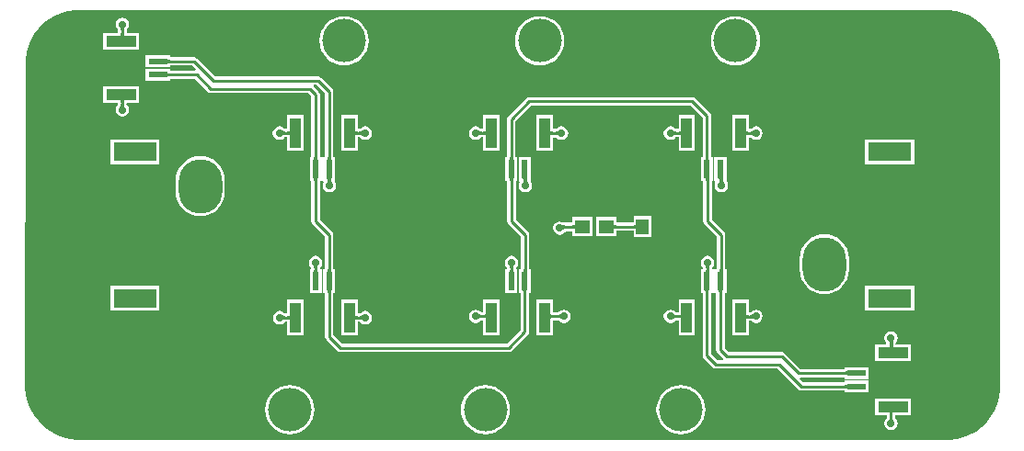
<source format=gtl>
G04*
G04 #@! TF.GenerationSoftware,Altium Limited,Altium Designer,20.0.2 (26)*
G04*
G04 Layer_Physical_Order=1*
G04 Layer_Color=255*
%FSLAX25Y25*%
%MOIN*%
G70*
G01*
G75*
%ADD12C,0.01000*%
%ADD14R,0.05512X0.05000*%
%ADD15R,0.04567X0.05787*%
%ADD16R,0.11024X0.03937*%
%ADD17R,0.06693X0.02362*%
%ADD18R,0.03937X0.11024*%
%ADD19R,0.02362X0.06693*%
%ADD30O,0.15748X0.19685*%
%ADD31R,0.15748X0.06890*%
%ADD32C,0.15748*%
%ADD33C,0.02800*%
G36*
X573910Y294158D02*
X576443Y293479D01*
X578865Y292476D01*
X581135Y291165D01*
X583215Y289569D01*
X585069Y287715D01*
X586665Y285635D01*
X587976Y283365D01*
X588979Y280943D01*
X589658Y278410D01*
X590000Y275811D01*
X590000Y274500D01*
X590000D01*
X590000Y274500D01*
X590000Y158000D01*
X590000Y156722D01*
X589666Y154188D01*
X589005Y151718D01*
X588027Y149357D01*
X586749Y147143D01*
X585192Y145115D01*
X583385Y143307D01*
X581357Y141751D01*
X579143Y140473D01*
X576782Y139495D01*
X574312Y138834D01*
X571778Y138500D01*
X570500Y138500D01*
X257000D01*
X255657Y138500D01*
X252994Y138851D01*
X250399Y139546D01*
X247917Y140574D01*
X245591Y141917D01*
X243460Y143552D01*
X241560Y145451D01*
X239925Y147583D01*
X238582Y149909D01*
X237554Y152391D01*
X236859Y154985D01*
X236508Y157649D01*
X236508Y158992D01*
X236992Y275492D01*
Y276738D01*
X237317Y279208D01*
X237962Y281615D01*
X238915Y283917D01*
X240161Y286075D01*
X241678Y288052D01*
X243440Y289813D01*
X245417Y291330D01*
X247575Y292576D01*
X249877Y293530D01*
X252284Y294175D01*
X254754Y294500D01*
X256000Y294500D01*
X256000Y294500D01*
X570000Y294500D01*
X571311Y294500D01*
X573910Y294158D01*
D02*
G37*
%LPC*%
G36*
X272000Y291876D02*
X271064Y291690D01*
X270270Y291159D01*
X269739Y290366D01*
X269553Y289429D01*
X269739Y288493D01*
X270270Y287699D01*
X270364Y287636D01*
X270376Y287621D01*
X270402Y287584D01*
X270422Y287549D01*
X270439Y287513D01*
X270452Y287476D01*
X270463Y287437D01*
X270471Y287398D01*
Y286335D01*
X265142D01*
Y280398D01*
X278165D01*
Y286335D01*
X273529D01*
Y287398D01*
X273537Y287437D01*
X273548Y287476D01*
X273562Y287513D01*
X273578Y287549D01*
X273598Y287584D01*
X273624Y287621D01*
X273636Y287636D01*
X273730Y287699D01*
X274261Y288493D01*
X274447Y289429D01*
X274261Y290366D01*
X273730Y291159D01*
X272936Y291690D01*
X272000Y291876D01*
D02*
G37*
G36*
X423228Y292417D02*
X421489Y292246D01*
X419816Y291738D01*
X418274Y290914D01*
X416923Y289805D01*
X415814Y288454D01*
X414990Y286912D01*
X414483Y285240D01*
X414311Y283500D01*
X414483Y281760D01*
X414990Y280088D01*
X415814Y278546D01*
X416923Y277195D01*
X418274Y276086D01*
X419816Y275262D01*
X421489Y274754D01*
X423228Y274583D01*
X424968Y274754D01*
X426641Y275262D01*
X428182Y276086D01*
X429534Y277195D01*
X430643Y278546D01*
X431466Y280088D01*
X431974Y281760D01*
X432145Y283500D01*
X431974Y285240D01*
X431466Y286912D01*
X430643Y288454D01*
X429534Y289805D01*
X428182Y290914D01*
X426641Y291738D01*
X424968Y292246D01*
X423228Y292417D01*
D02*
G37*
G36*
X494095Y292382D02*
X492355Y292210D01*
X490682Y291703D01*
X489141Y290879D01*
X487789Y289770D01*
X486680Y288419D01*
X485856Y286877D01*
X485349Y285204D01*
X485178Y283465D01*
X485349Y281725D01*
X485856Y280052D01*
X486680Y278511D01*
X487789Y277159D01*
X489141Y276050D01*
X490682Y275226D01*
X492355Y274719D01*
X494095Y274548D01*
X495834Y274719D01*
X497507Y275226D01*
X499049Y276050D01*
X500400Y277159D01*
X501509Y278511D01*
X502333Y280052D01*
X502840Y281725D01*
X503011Y283465D01*
X502840Y285204D01*
X502333Y286877D01*
X501509Y288419D01*
X500400Y289770D01*
X499049Y290879D01*
X497507Y291703D01*
X495834Y292210D01*
X494095Y292382D01*
D02*
G37*
G36*
X352362D02*
X350623Y292210D01*
X348950Y291703D01*
X347408Y290879D01*
X346057Y289770D01*
X344948Y288419D01*
X344124Y286877D01*
X343617Y285204D01*
X343445Y283465D01*
X343617Y281725D01*
X344124Y280052D01*
X344948Y278511D01*
X346057Y277159D01*
X347408Y276050D01*
X348950Y275226D01*
X350623Y274719D01*
X352362Y274548D01*
X354102Y274719D01*
X355775Y275226D01*
X357316Y276050D01*
X358667Y277159D01*
X359776Y278511D01*
X360600Y280052D01*
X361108Y281725D01*
X361279Y283465D01*
X361108Y285204D01*
X360600Y286877D01*
X359776Y288419D01*
X358667Y289770D01*
X357316Y290879D01*
X355775Y291703D01*
X354102Y292210D01*
X352362Y292382D01*
D02*
G37*
G36*
X289189Y278264D02*
X280496D01*
Y273902D01*
X289189D01*
Y274471D01*
X297366D01*
X298646Y273191D01*
X298439Y272691D01*
X289189D01*
Y273342D01*
X280496D01*
Y268980D01*
X289189D01*
Y269632D01*
X298205D01*
X302919Y264919D01*
X303415Y264587D01*
X304000Y264471D01*
X339367D01*
X340471Y263367D01*
Y241158D01*
X339846D01*
Y232465D01*
X340471D01*
Y218000D01*
X340587Y217415D01*
X340919Y216919D01*
X345419Y212418D01*
Y200606D01*
X344768D01*
Y191913D01*
X345419D01*
Y176051D01*
X345536Y175466D01*
X345867Y174970D01*
X349919Y170919D01*
X350415Y170587D01*
X351000Y170471D01*
X412000D01*
X412585Y170587D01*
X413081Y170919D01*
X418896Y176734D01*
X419228Y177230D01*
X419344Y177815D01*
Y191913D01*
X419996D01*
Y200606D01*
X419478D01*
Y213051D01*
X419362Y213636D01*
X419030Y214133D01*
X414529Y218634D01*
Y232465D01*
X415075D01*
Y241158D01*
X414423D01*
Y254260D01*
X420133Y259971D01*
X477867D01*
X482231Y255607D01*
Y241158D01*
X481579D01*
Y232465D01*
X482471D01*
Y218000D01*
X482587Y217415D01*
X482919Y216919D01*
X487419Y212418D01*
Y200606D01*
X486500D01*
Y191913D01*
X487152D01*
Y171319D01*
X487268Y170734D01*
X487600Y170238D01*
X489808Y168029D01*
X489671Y167592D01*
X489623Y167529D01*
X487634D01*
X485289Y169874D01*
Y191913D01*
X485941D01*
Y199556D01*
X485949Y199594D01*
X485941Y199633D01*
Y200606D01*
X485853D01*
X485739Y200761D01*
X485730Y201270D01*
X486261Y202064D01*
X486447Y203000D01*
X486261Y203936D01*
X485730Y204730D01*
X484936Y205261D01*
X484000Y205447D01*
X483064Y205261D01*
X482270Y204730D01*
X481739Y203936D01*
X481553Y203000D01*
X481739Y202064D01*
X482270Y201270D01*
X482273Y201062D01*
X481836Y200606D01*
X481579D01*
Y191913D01*
X482231D01*
Y169240D01*
X482347Y168655D01*
X482678Y168159D01*
X485919Y164919D01*
X486415Y164587D01*
X487000Y164471D01*
X509367D01*
X516946Y156891D01*
X517442Y156560D01*
X518028Y156443D01*
X533646D01*
Y155791D01*
X542339D01*
Y160153D01*
X533646D01*
Y159502D01*
X518661D01*
X517299Y160864D01*
X517506Y161364D01*
X533646D01*
Y160713D01*
X542339D01*
Y165075D01*
X533646D01*
Y164423D01*
X517740D01*
X512081Y170081D01*
X511585Y170413D01*
X511000Y170529D01*
X491634D01*
X490210Y171952D01*
Y191913D01*
X490862D01*
Y199556D01*
X490870Y199594D01*
X490862Y199633D01*
Y200606D01*
X490478D01*
Y213051D01*
X490362Y213636D01*
X490030Y214133D01*
X485529Y218634D01*
Y232465D01*
X485941D01*
Y233438D01*
X485949Y233477D01*
X485941Y233515D01*
Y241158D01*
X485289D01*
Y256240D01*
X485173Y256825D01*
X484841Y257322D01*
X479581Y262581D01*
X479085Y262913D01*
X478500Y263029D01*
X419500D01*
X418915Y262913D01*
X418419Y262581D01*
X411812Y255975D01*
X411481Y255479D01*
X411364Y254894D01*
Y241158D01*
X410713D01*
Y232465D01*
X411471D01*
Y218000D01*
X411587Y217415D01*
X411919Y216919D01*
X416419Y212418D01*
Y200606D01*
X415634D01*
Y191913D01*
X416286D01*
Y178448D01*
X411367Y173529D01*
X351634D01*
X348478Y176685D01*
Y191913D01*
X349130D01*
Y200606D01*
X348478D01*
Y213051D01*
X348362Y213636D01*
X348030Y214133D01*
X343529Y218634D01*
Y232465D01*
X344209D01*
Y241158D01*
X343529D01*
Y264000D01*
X343413Y264585D01*
X343081Y265081D01*
X341192Y266971D01*
X341329Y267408D01*
X341377Y267471D01*
X342367D01*
X345419Y264418D01*
Y241158D01*
X344768D01*
Y232465D01*
X344768D01*
X344912Y232195D01*
X344739Y231936D01*
X344553Y231000D01*
X344739Y230064D01*
X345270Y229270D01*
X346064Y228739D01*
X347000Y228553D01*
X347936Y228739D01*
X348730Y229270D01*
X349261Y230064D01*
X349447Y231000D01*
X349261Y231936D01*
X349031Y232280D01*
X349130Y232465D01*
X349130D01*
Y241158D01*
X348478D01*
Y265051D01*
X348362Y265636D01*
X348030Y266133D01*
X344081Y270081D01*
X343585Y270413D01*
X343000Y270529D01*
X305633D01*
X299081Y277081D01*
X298585Y277413D01*
X298000Y277529D01*
X289189D01*
Y278264D01*
D02*
G37*
G36*
X278165Y266846D02*
X265142D01*
Y260910D01*
X270400D01*
Y260425D01*
X270392Y260381D01*
X270380Y260335D01*
X270364Y260291D01*
X270346Y260249D01*
X270323Y260206D01*
X270311Y260187D01*
X270270Y260159D01*
X269739Y259366D01*
X269553Y258429D01*
X269739Y257493D01*
X270270Y256699D01*
X271064Y256168D01*
X272000Y255982D01*
X272936Y256168D01*
X273730Y256699D01*
X274261Y257493D01*
X274447Y258429D01*
X274261Y259366D01*
X273730Y260159D01*
X273597Y260249D01*
X273568Y260276D01*
X273540Y260308D01*
X273518Y260337D01*
X273501Y260365D01*
X273487Y260393D01*
X273475Y260423D01*
X273493Y260507D01*
X273720Y260910D01*
X278165D01*
Y266846D01*
D02*
G37*
G36*
X337713Y256512D02*
X331776D01*
Y251600D01*
X330925D01*
X330881Y251608D01*
X330835Y251620D01*
X330791Y251636D01*
X330749Y251654D01*
X330706Y251677D01*
X330687Y251689D01*
X330659Y251730D01*
X329866Y252261D01*
X328929Y252447D01*
X327993Y252261D01*
X327199Y251730D01*
X326668Y250936D01*
X326482Y250000D01*
X326668Y249064D01*
X327199Y248270D01*
X327993Y247739D01*
X328929Y247553D01*
X329866Y247739D01*
X330659Y248270D01*
X330749Y248403D01*
X330776Y248432D01*
X330808Y248460D01*
X330837Y248482D01*
X330865Y248499D01*
X330893Y248513D01*
X330923Y248525D01*
X330957Y248535D01*
X330990Y248541D01*
X331776D01*
Y243488D01*
X337713D01*
Y256512D01*
D02*
G37*
G36*
X479445D02*
X473508D01*
Y251529D01*
X472602D01*
X472564Y251537D01*
X472523Y251548D01*
X472486Y251561D01*
X472451Y251578D01*
X472416Y251598D01*
X472379Y251624D01*
X472364Y251636D01*
X472301Y251730D01*
X471507Y252261D01*
X470571Y252447D01*
X469634Y252261D01*
X468841Y251730D01*
X468310Y250936D01*
X468124Y250000D01*
X468310Y249064D01*
X468841Y248270D01*
X469634Y247739D01*
X470571Y247553D01*
X471507Y247739D01*
X472301Y248270D01*
X472364Y248364D01*
X472379Y248376D01*
X472416Y248402D01*
X472451Y248422D01*
X472487Y248439D01*
X472523Y248452D01*
X472564Y248463D01*
X472602Y248471D01*
X473508D01*
Y243488D01*
X479445D01*
Y256512D01*
D02*
G37*
G36*
X408579D02*
X402642D01*
Y251529D01*
X402102D01*
X402064Y251537D01*
X402024Y251548D01*
X401987Y251561D01*
X401951Y251578D01*
X401916Y251598D01*
X401879Y251624D01*
X401864Y251636D01*
X401801Y251730D01*
X401007Y252261D01*
X400071Y252447D01*
X399134Y252261D01*
X398341Y251730D01*
X397810Y250936D01*
X397624Y250000D01*
X397810Y249064D01*
X398341Y248270D01*
X399134Y247739D01*
X400071Y247553D01*
X401007Y247739D01*
X401801Y248270D01*
X401864Y248364D01*
X401879Y248376D01*
X401916Y248402D01*
X401951Y248422D01*
X401987Y248439D01*
X402024Y248452D01*
X402064Y248463D01*
X402102Y248471D01*
X402642D01*
Y243488D01*
X408579D01*
Y256512D01*
D02*
G37*
G36*
X498933D02*
X492996D01*
Y243488D01*
X498933D01*
Y248400D01*
X499575D01*
X499619Y248392D01*
X499665Y248380D01*
X499709Y248364D01*
X499751Y248346D01*
X499794Y248323D01*
X499813Y248311D01*
X499841Y248270D01*
X500634Y247739D01*
X501571Y247553D01*
X502507Y247739D01*
X503301Y248270D01*
X503832Y249064D01*
X504018Y250000D01*
X503832Y250936D01*
X503301Y251730D01*
X502507Y252261D01*
X501571Y252447D01*
X500634Y252261D01*
X499841Y251730D01*
X499751Y251597D01*
X499724Y251568D01*
X499692Y251540D01*
X499663Y251518D01*
X499635Y251501D01*
X499607Y251487D01*
X499577Y251475D01*
X499543Y251465D01*
X499510Y251459D01*
X498933D01*
Y256512D01*
D02*
G37*
G36*
X428067D02*
X422130D01*
Y243488D01*
X428067D01*
Y248400D01*
X429075D01*
X429119Y248392D01*
X429165Y248380D01*
X429209Y248364D01*
X429251Y248346D01*
X429294Y248323D01*
X429313Y248311D01*
X429341Y248270D01*
X430134Y247739D01*
X431071Y247553D01*
X432007Y247739D01*
X432801Y248270D01*
X433332Y249064D01*
X433518Y250000D01*
X433332Y250936D01*
X432801Y251730D01*
X432007Y252261D01*
X431071Y252447D01*
X430134Y252261D01*
X429341Y251730D01*
X429251Y251597D01*
X429224Y251568D01*
X429192Y251540D01*
X429163Y251518D01*
X429135Y251501D01*
X429107Y251487D01*
X429077Y251475D01*
X429043Y251465D01*
X429010Y251459D01*
X428067D01*
Y256512D01*
D02*
G37*
G36*
X357201D02*
X351264D01*
Y243488D01*
X357201D01*
Y248471D01*
X357898D01*
X357937Y248463D01*
X357977Y248452D01*
X358014Y248439D01*
X358049Y248422D01*
X358084Y248402D01*
X358121Y248376D01*
X358136Y248364D01*
X358199Y248270D01*
X358993Y247739D01*
X359929Y247553D01*
X360866Y247739D01*
X361659Y248270D01*
X362190Y249064D01*
X362376Y250000D01*
X362190Y250936D01*
X361659Y251730D01*
X360866Y252261D01*
X359929Y252447D01*
X358993Y252261D01*
X358199Y251730D01*
X358136Y251636D01*
X358121Y251624D01*
X358084Y251598D01*
X358049Y251578D01*
X358013Y251561D01*
X357977Y251548D01*
X357937Y251537D01*
X357898Y251529D01*
X357201D01*
Y256512D01*
D02*
G37*
G36*
X558874Y247594D02*
X541126D01*
Y238705D01*
X558874D01*
Y247594D01*
D02*
G37*
G36*
X285474D02*
X267726D01*
Y238705D01*
X285474D01*
Y247594D01*
D02*
G37*
G36*
X419996Y241158D02*
X415634D01*
Y232465D01*
X415634D01*
X415837Y232084D01*
X415739Y231936D01*
X415553Y231000D01*
X415739Y230064D01*
X416270Y229270D01*
X417064Y228739D01*
X418000Y228553D01*
X418936Y228739D01*
X419730Y229270D01*
X420261Y230064D01*
X420447Y231000D01*
X420261Y231936D01*
X419957Y232391D01*
X419996Y232465D01*
X419996D01*
Y241158D01*
D02*
G37*
G36*
X490862D02*
X486500D01*
Y232465D01*
X486562D01*
X486798Y232024D01*
X486739Y231936D01*
X486553Y231000D01*
X486739Y230064D01*
X487270Y229270D01*
X488064Y228739D01*
X489000Y228553D01*
X489936Y228739D01*
X490730Y229270D01*
X491261Y230064D01*
X491447Y231000D01*
X491261Y231936D01*
X490862Y232533D01*
Y233438D01*
X490870Y233477D01*
X490862Y233515D01*
Y241158D01*
D02*
G37*
G36*
X300222Y241634D02*
X298482Y241462D01*
X296810Y240955D01*
X295268Y240131D01*
X293917Y239022D01*
X292808Y237670D01*
X291984Y236129D01*
X291476Y234456D01*
X291305Y232716D01*
Y228780D01*
X291476Y227040D01*
X291984Y225367D01*
X292808Y223826D01*
X293917Y222474D01*
X295268Y221365D01*
X296810Y220541D01*
X298482Y220034D01*
X300222Y219863D01*
X301962Y220034D01*
X303634Y220541D01*
X305176Y221365D01*
X306527Y222474D01*
X307636Y223826D01*
X308460Y225367D01*
X308968Y227040D01*
X309139Y228780D01*
Y232716D01*
X308968Y234456D01*
X308460Y236129D01*
X307636Y237670D01*
X306527Y239022D01*
X305176Y240131D01*
X303634Y240955D01*
X301962Y241462D01*
X300222Y241634D01*
D02*
G37*
G36*
X463779Y219894D02*
X457213D01*
Y217529D01*
X451096D01*
Y219452D01*
X443585D01*
Y212452D01*
X451096D01*
Y214471D01*
X457213D01*
Y212106D01*
X463779D01*
Y219894D01*
D02*
G37*
G36*
X442396Y219452D02*
X434884D01*
Y217481D01*
X432213D01*
X432116Y217491D01*
X432063Y217499D01*
X431886Y217542D01*
X431832Y217559D01*
X431656Y217629D01*
X431578Y217666D01*
X431436Y217761D01*
X430500Y217947D01*
X429564Y217761D01*
X428770Y217230D01*
X428239Y216436D01*
X428053Y215500D01*
X428239Y214564D01*
X428770Y213770D01*
X429564Y213239D01*
X430500Y213053D01*
X431436Y213239D01*
X432230Y213770D01*
X432649Y214397D01*
X432657Y214407D01*
X432665Y214420D01*
X432667Y214423D01*
X434884D01*
Y212452D01*
X442396D01*
Y219452D01*
D02*
G37*
G36*
X413000Y205447D02*
X412064Y205261D01*
X411270Y204730D01*
X410739Y203936D01*
X410553Y203000D01*
X410739Y202064D01*
X411270Y201270D01*
X411273Y201062D01*
X410836Y200606D01*
X410713D01*
Y191913D01*
X415075D01*
Y200606D01*
X414853D01*
X414739Y200761D01*
X414730Y201270D01*
X415261Y202064D01*
X415447Y203000D01*
X415261Y203936D01*
X414730Y204730D01*
X413936Y205261D01*
X413000Y205447D01*
D02*
G37*
G36*
X342000D02*
X341064Y205261D01*
X340270Y204730D01*
X339739Y203936D01*
X339553Y203000D01*
X339739Y202064D01*
X340270Y201270D01*
X340273Y201062D01*
X339846Y200606D01*
X339846D01*
Y191913D01*
X344209D01*
Y200606D01*
X343853D01*
X343739Y200761D01*
X343730Y201270D01*
X344261Y202064D01*
X344447Y203000D01*
X344261Y203936D01*
X343730Y204730D01*
X342936Y205261D01*
X342000Y205447D01*
D02*
G37*
G36*
X526378Y213287D02*
X524638Y213116D01*
X522966Y212608D01*
X521424Y211784D01*
X520073Y210675D01*
X518964Y209324D01*
X518140Y207783D01*
X517632Y206110D01*
X517461Y204370D01*
Y200433D01*
X517632Y198694D01*
X518140Y197021D01*
X518964Y195479D01*
X520073Y194128D01*
X521424Y193019D01*
X522966Y192195D01*
X524638Y191687D01*
X526378Y191516D01*
X528118Y191687D01*
X529790Y192195D01*
X531332Y193019D01*
X532683Y194128D01*
X533792Y195479D01*
X534616Y197021D01*
X535124Y198694D01*
X535295Y200433D01*
Y204370D01*
X535124Y206110D01*
X534616Y207783D01*
X533792Y209324D01*
X532683Y210675D01*
X531332Y211784D01*
X529790Y212608D01*
X528118Y213116D01*
X526378Y213287D01*
D02*
G37*
G36*
X558874Y194445D02*
X541126D01*
Y185555D01*
X558874D01*
Y194445D01*
D02*
G37*
G36*
X285474D02*
X267726D01*
Y185555D01*
X285474D01*
Y194445D01*
D02*
G37*
G36*
X479445Y189583D02*
X473508D01*
Y185029D01*
X472602D01*
X472564Y185037D01*
X472523Y185048D01*
X472486Y185062D01*
X472451Y185078D01*
X472416Y185098D01*
X472379Y185124D01*
X472364Y185136D01*
X472301Y185230D01*
X471507Y185761D01*
X470571Y185947D01*
X469634Y185761D01*
X468841Y185230D01*
X468310Y184436D01*
X468124Y183500D01*
X468310Y182564D01*
X468841Y181770D01*
X469634Y181239D01*
X470571Y181053D01*
X471507Y181239D01*
X472301Y181770D01*
X472364Y181864D01*
X472379Y181876D01*
X472416Y181902D01*
X472451Y181922D01*
X472487Y181939D01*
X472523Y181952D01*
X472564Y181963D01*
X472602Y181971D01*
X473508D01*
Y176559D01*
X479445D01*
Y189583D01*
D02*
G37*
G36*
X408579D02*
X402642D01*
Y185029D01*
X402031D01*
X401993Y185037D01*
X401953Y185048D01*
X401916Y185062D01*
X401880Y185078D01*
X401845Y185098D01*
X401808Y185124D01*
X401793Y185136D01*
X401730Y185230D01*
X400936Y185761D01*
X400000Y185947D01*
X399064Y185761D01*
X398270Y185230D01*
X397739Y184436D01*
X397553Y183500D01*
X397739Y182564D01*
X398270Y181770D01*
X399064Y181239D01*
X400000Y181053D01*
X400936Y181239D01*
X401730Y181770D01*
X401793Y181864D01*
X401808Y181876D01*
X401845Y181902D01*
X401880Y181922D01*
X401916Y181939D01*
X401953Y181952D01*
X401993Y181963D01*
X402031Y181971D01*
X402642D01*
Y176559D01*
X408579D01*
Y189583D01*
D02*
G37*
G36*
X337713D02*
X331776D01*
Y184600D01*
X330995D01*
X330952Y184608D01*
X330906Y184620D01*
X330862Y184635D01*
X330820Y184654D01*
X330777Y184677D01*
X330758Y184689D01*
X330730Y184730D01*
X329936Y185261D01*
X329000Y185447D01*
X328064Y185261D01*
X327270Y184730D01*
X326739Y183936D01*
X326553Y183000D01*
X326739Y182064D01*
X327270Y181270D01*
X328064Y180739D01*
X329000Y180553D01*
X329936Y180739D01*
X330730Y181270D01*
X330820Y181403D01*
X330847Y181432D01*
X330879Y181460D01*
X330908Y181482D01*
X330936Y181499D01*
X330964Y181513D01*
X330994Y181525D01*
X331028Y181535D01*
X331061Y181542D01*
X331776D01*
Y176559D01*
X337713D01*
Y189583D01*
D02*
G37*
G36*
X498933D02*
X492996D01*
Y176559D01*
X498933D01*
Y181900D01*
X499575D01*
X499619Y181892D01*
X499665Y181880D01*
X499709Y181865D01*
X499751Y181846D01*
X499794Y181823D01*
X499813Y181811D01*
X499841Y181770D01*
X500634Y181239D01*
X501571Y181053D01*
X502507Y181239D01*
X503301Y181770D01*
X503832Y182564D01*
X504018Y183500D01*
X503832Y184436D01*
X503301Y185230D01*
X502507Y185761D01*
X501571Y185947D01*
X500634Y185761D01*
X499841Y185230D01*
X499751Y185097D01*
X499724Y185068D01*
X499692Y185040D01*
X499663Y185018D01*
X499635Y185001D01*
X499607Y184987D01*
X499577Y184975D01*
X499543Y184965D01*
X499510Y184959D01*
X498933D01*
Y189583D01*
D02*
G37*
G36*
X428067D02*
X422130D01*
Y176559D01*
X428067D01*
Y181971D01*
X429969D01*
X430007Y181963D01*
X430047Y181952D01*
X430084Y181939D01*
X430120Y181922D01*
X430155Y181902D01*
X430192Y181876D01*
X430206Y181864D01*
X430270Y181770D01*
X431064Y181239D01*
X432000Y181053D01*
X432936Y181239D01*
X433730Y181770D01*
X434261Y182564D01*
X434447Y183500D01*
X434261Y184436D01*
X433730Y185230D01*
X432936Y185761D01*
X432000Y185947D01*
X431064Y185761D01*
X430270Y185230D01*
X430206Y185136D01*
X430192Y185124D01*
X430155Y185098D01*
X430120Y185078D01*
X430084Y185062D01*
X430047Y185048D01*
X430007Y185037D01*
X429969Y185029D01*
X428067D01*
Y189583D01*
D02*
G37*
G36*
X357201D02*
X351264D01*
Y176559D01*
X357201D01*
Y181471D01*
X357969D01*
X358007Y181463D01*
X358047Y181452D01*
X358084Y181439D01*
X358120Y181422D01*
X358155Y181402D01*
X358192Y181376D01*
X358207Y181364D01*
X358270Y181270D01*
X359064Y180739D01*
X360000Y180553D01*
X360936Y180739D01*
X361730Y181270D01*
X362261Y182064D01*
X362447Y183000D01*
X362261Y183936D01*
X361730Y184730D01*
X360936Y185261D01*
X360000Y185447D01*
X359064Y185261D01*
X358270Y184730D01*
X358207Y184636D01*
X358192Y184624D01*
X358155Y184598D01*
X358120Y184578D01*
X358084Y184562D01*
X358047Y184548D01*
X358007Y184537D01*
X357969Y184529D01*
X357201D01*
Y189583D01*
D02*
G37*
G36*
X550500Y178018D02*
X549564Y177832D01*
X548770Y177301D01*
X548239Y176507D01*
X548053Y175571D01*
X548239Y174634D01*
X548770Y173841D01*
X548791Y173827D01*
X548811Y173612D01*
X548397Y173146D01*
X544669D01*
Y167209D01*
X557693D01*
Y173146D01*
X552299D01*
X552108Y173619D01*
X552120Y173665D01*
X552136Y173709D01*
X552154Y173751D01*
X552177Y173794D01*
X552189Y173813D01*
X552230Y173841D01*
X552761Y174634D01*
X552947Y175571D01*
X552761Y176507D01*
X552230Y177301D01*
X551436Y177832D01*
X550500Y178018D01*
D02*
G37*
G36*
X557693Y153657D02*
X544669D01*
Y147721D01*
X548971D01*
Y146602D01*
X548963Y146563D01*
X548952Y146523D01*
X548939Y146487D01*
X548922Y146451D01*
X548902Y146416D01*
X548876Y146379D01*
X548864Y146364D01*
X548770Y146301D01*
X548239Y145507D01*
X548053Y144571D01*
X548239Y143634D01*
X548770Y142841D01*
X549564Y142310D01*
X550500Y142124D01*
X551436Y142310D01*
X552230Y142841D01*
X552761Y143634D01*
X552947Y144571D01*
X552761Y145507D01*
X552230Y146301D01*
X552136Y146364D01*
X552124Y146379D01*
X552098Y146416D01*
X552078Y146451D01*
X552062Y146487D01*
X552048Y146523D01*
X552037Y146563D01*
X552029Y146602D01*
Y147721D01*
X557693D01*
Y153657D01*
D02*
G37*
G36*
X474409Y158523D02*
X472670Y158352D01*
X470997Y157844D01*
X469455Y157020D01*
X468104Y155912D01*
X466995Y154560D01*
X466171Y153019D01*
X465664Y151346D01*
X465492Y149606D01*
X465664Y147867D01*
X466171Y146194D01*
X466995Y144652D01*
X468104Y143301D01*
X469455Y142192D01*
X470997Y141368D01*
X472670Y140861D01*
X474409Y140689D01*
X476149Y140861D01*
X477822Y141368D01*
X479363Y142192D01*
X480715Y143301D01*
X481824Y144652D01*
X482648Y146194D01*
X483155Y147867D01*
X483326Y149606D01*
X483155Y151346D01*
X482648Y153019D01*
X481824Y154560D01*
X480715Y155912D01*
X479363Y157020D01*
X477822Y157844D01*
X476149Y158352D01*
X474409Y158523D01*
D02*
G37*
G36*
X403543D02*
X401804Y158352D01*
X400131Y157844D01*
X398589Y157020D01*
X397238Y155912D01*
X396129Y154560D01*
X395305Y153019D01*
X394798Y151346D01*
X394626Y149606D01*
X394798Y147867D01*
X395305Y146194D01*
X396129Y144652D01*
X397238Y143301D01*
X398589Y142192D01*
X400131Y141368D01*
X401804Y140861D01*
X403543Y140689D01*
X405283Y140861D01*
X406956Y141368D01*
X408497Y142192D01*
X409848Y143301D01*
X410957Y144652D01*
X411782Y146194D01*
X412289Y147867D01*
X412460Y149606D01*
X412289Y151346D01*
X411782Y153019D01*
X410957Y154560D01*
X409848Y155912D01*
X408497Y157020D01*
X406956Y157844D01*
X405283Y158352D01*
X403543Y158523D01*
D02*
G37*
G36*
X332677D02*
X330938Y158352D01*
X329265Y157844D01*
X327723Y157020D01*
X326372Y155912D01*
X325263Y154560D01*
X324439Y153019D01*
X323932Y151346D01*
X323760Y149606D01*
X323932Y147867D01*
X324439Y146194D01*
X325263Y144652D01*
X326372Y143301D01*
X327723Y142192D01*
X329265Y141368D01*
X330938Y140861D01*
X332677Y140689D01*
X334417Y140861D01*
X336089Y141368D01*
X337631Y142192D01*
X338982Y143301D01*
X340091Y144652D01*
X340915Y146194D01*
X341423Y147867D01*
X341594Y149606D01*
X341423Y151346D01*
X340915Y153019D01*
X340091Y154560D01*
X338982Y155912D01*
X337631Y157020D01*
X336089Y157844D01*
X334417Y158352D01*
X332677Y158523D01*
D02*
G37*
%LPD*%
G36*
X272889Y288333D02*
X272807Y288233D01*
X272735Y288128D01*
X272673Y288020D01*
X272620Y287907D01*
X272577Y287790D01*
X272543Y287669D01*
X272519Y287544D01*
X272505Y287415D01*
X272500Y287281D01*
X271500D01*
X271495Y287415D01*
X271481Y287544D01*
X271457Y287669D01*
X271423Y287790D01*
X271380Y287907D01*
X271327Y288020D01*
X271265Y288128D01*
X271193Y288233D01*
X271111Y288333D01*
X271020Y288429D01*
X272980D01*
X272889Y288333D01*
D02*
G37*
G36*
X272505Y286130D02*
X272520Y285958D01*
X272545Y285806D01*
X272580Y285675D01*
X272625Y285564D01*
X272680Y285473D01*
X272745Y285402D01*
X272820Y285351D01*
X272905Y285321D01*
X273000Y285311D01*
X271000D01*
X271095Y285321D01*
X271180Y285351D01*
X271255Y285402D01*
X271320Y285473D01*
X271375Y285564D01*
X271420Y285675D01*
X271455Y285806D01*
X271480Y285958D01*
X271495Y286130D01*
X271500Y286323D01*
X272500D01*
X272505Y286130D01*
D02*
G37*
G36*
X288187Y276905D02*
X288217Y276820D01*
X288267Y276745D01*
X288337Y276680D01*
X288427Y276625D01*
X288537Y276580D01*
X288667Y276545D01*
X288817Y276520D01*
X288987Y276505D01*
X289177Y276500D01*
Y275500D01*
X288987Y275495D01*
X288817Y275480D01*
X288667Y275455D01*
X288537Y275420D01*
X288427Y275375D01*
X288337Y275320D01*
X288267Y275255D01*
X288217Y275180D01*
X288187Y275095D01*
X288177Y275000D01*
Y277000D01*
X288187Y276905D01*
D02*
G37*
G36*
Y272066D02*
X288217Y271981D01*
X288267Y271906D01*
X288337Y271841D01*
X288427Y271786D01*
X288537Y271741D01*
X288667Y271706D01*
X288817Y271681D01*
X288987Y271666D01*
X289177Y271661D01*
Y270661D01*
X288987Y270656D01*
X288817Y270641D01*
X288667Y270616D01*
X288537Y270581D01*
X288427Y270536D01*
X288337Y270481D01*
X288267Y270416D01*
X288217Y270341D01*
X288187Y270256D01*
X288177Y270161D01*
Y272161D01*
X288187Y272066D01*
D02*
G37*
G36*
X484265Y240953D02*
X484280Y240781D01*
X484305Y240629D01*
X484340Y240498D01*
X484385Y240387D01*
X484440Y240295D01*
X484505Y240225D01*
X484580Y240174D01*
X484665Y240144D01*
X484760Y240134D01*
X482760D01*
X482855Y240144D01*
X482940Y240174D01*
X483015Y240225D01*
X483080Y240295D01*
X483135Y240387D01*
X483180Y240498D01*
X483215Y240629D01*
X483240Y240781D01*
X483255Y240953D01*
X483260Y241145D01*
X484260D01*
X484265Y240953D01*
D02*
G37*
G36*
X413399D02*
X413414Y240781D01*
X413439Y240629D01*
X413474Y240498D01*
X413519Y240387D01*
X413574Y240295D01*
X413639Y240225D01*
X413714Y240174D01*
X413799Y240144D01*
X413894Y240134D01*
X411894D01*
X411989Y240144D01*
X412074Y240174D01*
X412149Y240225D01*
X412214Y240295D01*
X412269Y240387D01*
X412314Y240498D01*
X412349Y240629D01*
X412374Y240781D01*
X412389Y240953D01*
X412394Y241145D01*
X413394D01*
X413399Y240953D01*
D02*
G37*
G36*
X347454D02*
X347469Y240781D01*
X347494Y240629D01*
X347529Y240498D01*
X347574Y240387D01*
X347629Y240295D01*
X347694Y240225D01*
X347769Y240174D01*
X347854Y240144D01*
X347949Y240134D01*
X345949D01*
X346044Y240144D01*
X346129Y240174D01*
X346204Y240225D01*
X346269Y240295D01*
X346324Y240387D01*
X346369Y240498D01*
X346404Y240629D01*
X346429Y240781D01*
X346444Y240953D01*
X346449Y241145D01*
X347449D01*
X347454Y240953D01*
D02*
G37*
G36*
X342505D02*
X342520Y240781D01*
X342545Y240629D01*
X342580Y240498D01*
X342625Y240387D01*
X342680Y240295D01*
X342745Y240225D01*
X342820Y240174D01*
X342905Y240144D01*
X343000Y240134D01*
X341000D01*
X341095Y240144D01*
X341180Y240174D01*
X341255Y240225D01*
X341320Y240295D01*
X341375Y240387D01*
X341420Y240498D01*
X341455Y240629D01*
X341480Y240781D01*
X341495Y240953D01*
X341500Y241145D01*
X342500D01*
X342505Y240953D01*
D02*
G37*
G36*
X484847Y233467D02*
X484774Y233437D01*
X484710Y233387D01*
X484654Y233317D01*
X484607Y233227D01*
X484569Y233117D01*
X484539Y232987D01*
X484517Y232837D01*
X484504Y232667D01*
X484500Y232477D01*
X483500D01*
X483495Y232667D01*
X483480Y232837D01*
X483455Y232987D01*
X483420Y233117D01*
X483375Y233227D01*
X483320Y233317D01*
X483255Y233387D01*
X483180Y233437D01*
X483095Y233467D01*
X483000Y233477D01*
X484929D01*
X484847Y233467D01*
D02*
G37*
G36*
X413905D02*
X413820Y233437D01*
X413745Y233387D01*
X413680Y233317D01*
X413625Y233227D01*
X413580Y233117D01*
X413545Y232987D01*
X413520Y232837D01*
X413505Y232667D01*
X413500Y232477D01*
X412500D01*
X412495Y232667D01*
X412480Y232837D01*
X412455Y232987D01*
X412420Y233117D01*
X412375Y233227D01*
X412320Y233317D01*
X412255Y233387D01*
X412180Y233437D01*
X412095Y233467D01*
X412000Y233477D01*
X414000D01*
X413905Y233467D01*
D02*
G37*
G36*
X342905D02*
X342820Y233437D01*
X342745Y233387D01*
X342680Y233317D01*
X342625Y233227D01*
X342580Y233117D01*
X342545Y232987D01*
X342520Y232837D01*
X342505Y232667D01*
X342500Y232477D01*
X341500D01*
X341495Y232667D01*
X341480Y232837D01*
X341455Y232987D01*
X341420Y233117D01*
X341375Y233227D01*
X341320Y233317D01*
X341255Y233387D01*
X341180Y233437D01*
X341095Y233467D01*
X341000Y233477D01*
X343000D01*
X342905Y233467D01*
D02*
G37*
G36*
X347879D02*
X347794Y233437D01*
X347719Y233387D01*
X347654Y233317D01*
X347599Y233227D01*
X347554Y233117D01*
X347519Y232987D01*
X347499Y232866D01*
X347518Y232769D01*
X347552Y232649D01*
X347596Y232533D01*
X347650Y232421D01*
X347713Y232313D01*
X347786Y232210D01*
X347869Y232112D01*
X347962Y232017D01*
X346002Y231982D01*
X346092Y232080D01*
X346172Y232182D01*
X346243Y232288D01*
X346304Y232397D01*
X346356Y232511D01*
X346399Y232628D01*
X346432Y232750D01*
X346451Y232854D01*
X346429Y232987D01*
X346394Y233117D01*
X346349Y233227D01*
X346294Y233317D01*
X346229Y233387D01*
X346154Y233437D01*
X346069Y233467D01*
X345974Y233477D01*
X347974D01*
X347879Y233467D01*
D02*
G37*
G36*
X484899Y201913D02*
X484818Y201812D01*
X484747Y201706D01*
X484685Y201597D01*
X484633Y201484D01*
X484590Y201367D01*
X484557Y201245D01*
X484533Y201120D01*
X484518Y200991D01*
X484514Y200858D01*
X483514Y200847D01*
X483509Y200981D01*
X483494Y201110D01*
X483470Y201235D01*
X483436Y201356D01*
X483393Y201472D01*
X483340Y201584D01*
X483277Y201692D01*
X483204Y201796D01*
X483122Y201895D01*
X483030Y201991D01*
X484990Y202010D01*
X484899Y201913D01*
D02*
G37*
G36*
X489453Y200404D02*
X489485Y200084D01*
X489513Y199954D01*
X489549Y199844D01*
X489593Y199754D01*
X489645Y199684D01*
X489706Y199634D01*
X489774Y199604D01*
X489850Y199594D01*
X487949D01*
X488044Y199604D01*
X488129Y199634D01*
X488204Y199684D01*
X488269Y199754D01*
X488324Y199844D01*
X488369Y199954D01*
X488404Y200084D01*
X488429Y200234D01*
X488444Y200404D01*
X488449Y200594D01*
X489449D01*
X489453Y200404D01*
D02*
G37*
G36*
X484518D02*
X484551Y200084D01*
X484580Y199954D01*
X484618Y199844D01*
X484663Y199754D01*
X484717Y199684D01*
X484780Y199634D01*
X484850Y199604D01*
X484929Y199594D01*
X483014D01*
X483109Y199604D01*
X483194Y199634D01*
X483269Y199684D01*
X483334Y199754D01*
X483389Y199844D01*
X483434Y199954D01*
X483469Y200084D01*
X483494Y200234D01*
X483509Y200404D01*
X483514Y200594D01*
X484514D01*
X484518Y200404D01*
D02*
G37*
G36*
X418454D02*
X418469Y200234D01*
X418494Y200084D01*
X418529Y199954D01*
X418574Y199844D01*
X418629Y199754D01*
X418694Y199684D01*
X418769Y199634D01*
X418854Y199604D01*
X418949Y199594D01*
X416949D01*
X417044Y199604D01*
X417129Y199634D01*
X417204Y199684D01*
X417269Y199754D01*
X417324Y199844D01*
X417369Y199954D01*
X417404Y200084D01*
X417429Y200234D01*
X417444Y200404D01*
X417449Y200594D01*
X418449D01*
X418454Y200404D01*
D02*
G37*
G36*
X347454D02*
X347469Y200234D01*
X347494Y200084D01*
X347529Y199954D01*
X347574Y199844D01*
X347629Y199754D01*
X347694Y199684D01*
X347769Y199634D01*
X347854Y199604D01*
X347949Y199594D01*
X345949D01*
X346044Y199604D01*
X346129Y199634D01*
X346204Y199684D01*
X346269Y199754D01*
X346324Y199844D01*
X346369Y199954D01*
X346404Y200084D01*
X346429Y200234D01*
X346444Y200404D01*
X346449Y200594D01*
X347449D01*
X347454Y200404D01*
D02*
G37*
G36*
X489586Y192927D02*
X489501Y192897D01*
X489426Y192846D01*
X489361Y192775D01*
X489306Y192684D01*
X489261Y192573D01*
X489226Y192441D01*
X489201Y192290D01*
X489186Y192118D01*
X489181Y191925D01*
X488181D01*
X488176Y192118D01*
X488161Y192290D01*
X488136Y192441D01*
X488101Y192573D01*
X488056Y192684D01*
X488001Y192775D01*
X487936Y192846D01*
X487861Y192897D01*
X487776Y192927D01*
X487681Y192937D01*
X489681D01*
X489586Y192927D01*
D02*
G37*
G36*
X484665D02*
X484580Y192897D01*
X484505Y192846D01*
X484440Y192775D01*
X484385Y192684D01*
X484340Y192573D01*
X484305Y192441D01*
X484280Y192290D01*
X484265Y192118D01*
X484260Y191925D01*
X483260D01*
X483255Y192118D01*
X483240Y192290D01*
X483215Y192441D01*
X483180Y192573D01*
X483135Y192684D01*
X483080Y192775D01*
X483015Y192846D01*
X482940Y192897D01*
X482855Y192927D01*
X482760Y192937D01*
X484760D01*
X484665Y192927D01*
D02*
G37*
G36*
X418720D02*
X418635Y192897D01*
X418560Y192846D01*
X418495Y192775D01*
X418440Y192684D01*
X418395Y192573D01*
X418360Y192441D01*
X418335Y192290D01*
X418320Y192118D01*
X418315Y191925D01*
X417315D01*
X417310Y192118D01*
X417295Y192290D01*
X417270Y192441D01*
X417235Y192573D01*
X417190Y192684D01*
X417135Y192775D01*
X417070Y192846D01*
X416995Y192897D01*
X416910Y192927D01*
X416815Y192937D01*
X418815D01*
X418720Y192927D01*
D02*
G37*
G36*
X347854D02*
X347769Y192897D01*
X347694Y192846D01*
X347629Y192775D01*
X347574Y192684D01*
X347529Y192573D01*
X347494Y192441D01*
X347469Y192290D01*
X347454Y192118D01*
X347449Y191925D01*
X346449D01*
X346444Y192118D01*
X346429Y192290D01*
X346404Y192441D01*
X346369Y192573D01*
X346324Y192684D01*
X346269Y192775D01*
X346204Y192846D01*
X346129Y192897D01*
X346044Y192927D01*
X345949Y192937D01*
X347949D01*
X347854Y192927D01*
D02*
G37*
G36*
X534658Y161894D02*
X534648Y161989D01*
X534618Y162074D01*
X534568Y162149D01*
X534498Y162214D01*
X534408Y162269D01*
X534298Y162314D01*
X534168Y162349D01*
X534018Y162374D01*
X533848Y162389D01*
X533658Y162394D01*
Y163394D01*
X533848Y163399D01*
X534018Y163414D01*
X534168Y163439D01*
X534298Y163474D01*
X534408Y163519D01*
X534498Y163574D01*
X534568Y163639D01*
X534618Y163714D01*
X534648Y163799D01*
X534658Y163894D01*
Y161894D01*
D02*
G37*
G36*
Y156972D02*
X534648Y157067D01*
X534618Y157152D01*
X534568Y157227D01*
X534498Y157292D01*
X534408Y157347D01*
X534298Y157392D01*
X534168Y157427D01*
X534018Y157452D01*
X533848Y157467D01*
X533658Y157472D01*
Y158472D01*
X533848Y158477D01*
X534018Y158492D01*
X534168Y158517D01*
X534298Y158552D01*
X534408Y158597D01*
X534498Y158652D01*
X534568Y158717D01*
X534618Y158792D01*
X534648Y158877D01*
X534658Y158972D01*
Y156972D01*
D02*
G37*
G36*
X272834Y261923D02*
X272749Y261893D01*
X272674Y261842D01*
X272609Y261771D01*
X272554Y261681D01*
X272509Y261569D01*
X272474Y261438D01*
X272449Y261286D01*
X272434Y261114D01*
X272429Y260922D01*
X271429D01*
X271424Y261114D01*
X271409Y261286D01*
X271384Y261438D01*
X271349Y261569D01*
X271304Y261681D01*
X271249Y261771D01*
X271184Y261842D01*
X271109Y261893D01*
X271024Y261923D01*
X270929Y261933D01*
X272929D01*
X272834Y261923D01*
D02*
G37*
G36*
X272434Y260468D02*
X272449Y260338D01*
X272474Y260214D01*
X272509Y260094D01*
X272554Y259979D01*
X272609Y259869D01*
X272674Y259764D01*
X272748Y259664D01*
X272833Y259568D01*
X272928Y259477D01*
X270971Y259378D01*
X271058Y259479D01*
X271136Y259584D01*
X271204Y259692D01*
X271264Y259804D01*
X271315Y259919D01*
X271356Y260038D01*
X271388Y260160D01*
X271411Y260286D01*
X271425Y260415D01*
X271429Y260547D01*
X272429Y260602D01*
X272434Y260468D01*
D02*
G37*
G36*
X329979Y250942D02*
X330084Y250864D01*
X330192Y250796D01*
X330304Y250736D01*
X330419Y250686D01*
X330538Y250644D01*
X330660Y250612D01*
X330786Y250589D01*
X330915Y250575D01*
X331047Y250571D01*
X331102Y249571D01*
X330968Y249566D01*
X330838Y249551D01*
X330714Y249526D01*
X330594Y249491D01*
X330479Y249446D01*
X330369Y249391D01*
X330264Y249326D01*
X330164Y249252D01*
X330068Y249167D01*
X329977Y249072D01*
X329878Y251029D01*
X329979Y250942D01*
D02*
G37*
G36*
X332800Y249071D02*
X332789Y249166D01*
X332759Y249251D01*
X332709Y249326D01*
X332638Y249391D01*
X332547Y249446D01*
X332435Y249491D01*
X332304Y249526D01*
X332152Y249551D01*
X331980Y249566D01*
X331788Y249571D01*
Y250571D01*
X331980Y250576D01*
X332152Y250591D01*
X332304Y250616D01*
X332435Y250651D01*
X332547Y250696D01*
X332638Y250751D01*
X332709Y250816D01*
X332759Y250891D01*
X332789Y250976D01*
X332800Y251071D01*
Y249071D01*
D02*
G37*
G36*
X471667Y250889D02*
X471767Y250807D01*
X471872Y250735D01*
X471980Y250673D01*
X472093Y250620D01*
X472210Y250577D01*
X472331Y250543D01*
X472456Y250519D01*
X472585Y250505D01*
X472718Y250500D01*
Y249500D01*
X472585Y249495D01*
X472456Y249481D01*
X472331Y249457D01*
X472210Y249423D01*
X472093Y249380D01*
X471980Y249327D01*
X471872Y249265D01*
X471767Y249193D01*
X471667Y249111D01*
X471571Y249020D01*
Y250980D01*
X471667Y250889D01*
D02*
G37*
G36*
X474532Y249000D02*
X474522Y249095D01*
X474491Y249180D01*
X474441Y249255D01*
X474370Y249320D01*
X474279Y249375D01*
X474168Y249420D01*
X474036Y249455D01*
X473884Y249480D01*
X473712Y249495D01*
X473520Y249500D01*
Y250500D01*
X473712Y250505D01*
X473884Y250520D01*
X474036Y250545D01*
X474168Y250580D01*
X474279Y250625D01*
X474370Y250680D01*
X474441Y250745D01*
X474491Y250820D01*
X474522Y250905D01*
X474532Y251000D01*
Y249000D01*
D02*
G37*
G36*
X401167Y250889D02*
X401267Y250807D01*
X401372Y250735D01*
X401480Y250673D01*
X401593Y250620D01*
X401710Y250577D01*
X401831Y250543D01*
X401956Y250519D01*
X402085Y250505D01*
X402218Y250500D01*
Y249500D01*
X402085Y249495D01*
X401956Y249481D01*
X401831Y249457D01*
X401710Y249423D01*
X401593Y249380D01*
X401480Y249327D01*
X401372Y249265D01*
X401267Y249193D01*
X401167Y249111D01*
X401071Y249020D01*
Y250980D01*
X401167Y250889D01*
D02*
G37*
G36*
X403666Y249000D02*
X403656Y249095D01*
X403625Y249180D01*
X403575Y249255D01*
X403504Y249320D01*
X403413Y249375D01*
X403301Y249420D01*
X403170Y249455D01*
X403018Y249480D01*
X402846Y249495D01*
X402654Y249500D01*
Y250500D01*
X402846Y250505D01*
X403018Y250520D01*
X403170Y250545D01*
X403301Y250580D01*
X403413Y250625D01*
X403504Y250680D01*
X403575Y250745D01*
X403625Y250820D01*
X403656Y250905D01*
X403666Y251000D01*
Y249000D01*
D02*
G37*
G36*
X500622Y248971D02*
X500521Y249058D01*
X500416Y249136D01*
X500308Y249204D01*
X500196Y249264D01*
X500081Y249314D01*
X499962Y249356D01*
X499840Y249388D01*
X499714Y249411D01*
X499585Y249425D01*
X499452Y249429D01*
X499398Y250429D01*
X499532Y250434D01*
X499662Y250449D01*
X499786Y250474D01*
X499906Y250509D01*
X500021Y250554D01*
X500131Y250609D01*
X500236Y250674D01*
X500336Y250748D01*
X500432Y250833D01*
X500523Y250928D01*
X500622Y248971D01*
D02*
G37*
G36*
X497919Y250834D02*
X497950Y250749D01*
X498000Y250674D01*
X498071Y250609D01*
X498162Y250554D01*
X498273Y250509D01*
X498405Y250474D01*
X498557Y250449D01*
X498729Y250434D01*
X498921Y250429D01*
Y249429D01*
X498729Y249424D01*
X498557Y249409D01*
X498405Y249384D01*
X498273Y249349D01*
X498162Y249304D01*
X498071Y249249D01*
X498000Y249184D01*
X497950Y249109D01*
X497919Y249024D01*
X497909Y248929D01*
Y250929D01*
X497919Y250834D01*
D02*
G37*
G36*
X430122Y248971D02*
X430021Y249058D01*
X429916Y249136D01*
X429808Y249204D01*
X429696Y249264D01*
X429581Y249314D01*
X429462Y249356D01*
X429340Y249388D01*
X429214Y249411D01*
X429085Y249425D01*
X428953Y249429D01*
X428898Y250429D01*
X429032Y250434D01*
X429162Y250449D01*
X429286Y250474D01*
X429406Y250509D01*
X429521Y250554D01*
X429631Y250609D01*
X429736Y250674D01*
X429836Y250748D01*
X429932Y250833D01*
X430023Y250928D01*
X430122Y248971D01*
D02*
G37*
G36*
X427053Y250834D02*
X427083Y250749D01*
X427134Y250674D01*
X427205Y250609D01*
X427296Y250554D01*
X427407Y250509D01*
X427539Y250474D01*
X427691Y250449D01*
X427863Y250434D01*
X428055Y250429D01*
Y249429D01*
X427863Y249424D01*
X427691Y249409D01*
X427539Y249384D01*
X427407Y249349D01*
X427296Y249304D01*
X427205Y249249D01*
X427134Y249184D01*
X427083Y249109D01*
X427053Y249024D01*
X427043Y248929D01*
Y250929D01*
X427053Y250834D01*
D02*
G37*
G36*
X358929Y249020D02*
X358833Y249111D01*
X358733Y249193D01*
X358628Y249265D01*
X358520Y249327D01*
X358407Y249380D01*
X358290Y249423D01*
X358169Y249457D01*
X358044Y249481D01*
X357915Y249495D01*
X357782Y249500D01*
Y250500D01*
X357915Y250505D01*
X358044Y250519D01*
X358169Y250543D01*
X358290Y250577D01*
X358407Y250620D01*
X358520Y250673D01*
X358628Y250735D01*
X358733Y250807D01*
X358833Y250889D01*
X358929Y250980D01*
Y249020D01*
D02*
G37*
G36*
X356187Y250905D02*
X356217Y250820D01*
X356268Y250745D01*
X356339Y250680D01*
X356430Y250625D01*
X356541Y250580D01*
X356673Y250545D01*
X356824Y250520D01*
X356996Y250505D01*
X357189Y250500D01*
Y249500D01*
X356996Y249495D01*
X356824Y249480D01*
X356673Y249455D01*
X356541Y249420D01*
X356430Y249375D01*
X356339Y249320D01*
X356268Y249255D01*
X356217Y249180D01*
X356187Y249095D01*
X356177Y249000D01*
Y251000D01*
X356187Y250905D01*
D02*
G37*
G36*
X418879Y233467D02*
X418794Y233437D01*
X418719Y233387D01*
X418654Y233317D01*
X418599Y233227D01*
X418554Y233117D01*
X418519Y232987D01*
X418499Y232866D01*
X418518Y232769D01*
X418552Y232649D01*
X418596Y232533D01*
X418650Y232421D01*
X418713Y232313D01*
X418786Y232210D01*
X418869Y232112D01*
X418962Y232017D01*
X417002Y231982D01*
X417092Y232080D01*
X417172Y232182D01*
X417243Y232288D01*
X417304Y232397D01*
X417356Y232511D01*
X417399Y232628D01*
X417432Y232750D01*
X417451Y232854D01*
X417429Y232987D01*
X417394Y233117D01*
X417349Y233227D01*
X417294Y233317D01*
X417229Y233387D01*
X417154Y233437D01*
X417069Y233467D01*
X416974Y233477D01*
X418974D01*
X418879Y233467D01*
D02*
G37*
G36*
X489779D02*
X489715Y233437D01*
X489659Y233387D01*
X489610Y233317D01*
X489568Y233227D01*
X489535Y233117D01*
X489508Y232987D01*
X489496Y232886D01*
X489518Y232769D01*
X489552Y232649D01*
X489596Y232533D01*
X489650Y232421D01*
X489713Y232313D01*
X489786Y232210D01*
X489869Y232112D01*
X489962Y232017D01*
X488002Y231982D01*
X488092Y232080D01*
X488172Y232182D01*
X488243Y232288D01*
X488304Y232397D01*
X488356Y232511D01*
X488399Y232628D01*
X488432Y232750D01*
X488451Y232854D01*
X488429Y232987D01*
X488394Y233117D01*
X488349Y233227D01*
X488294Y233317D01*
X488229Y233387D01*
X488154Y233437D01*
X488069Y233467D01*
X487974Y233477D01*
X489850D01*
X489779Y233467D01*
D02*
G37*
G36*
X458237Y215000D02*
X458226Y215095D01*
X458196Y215180D01*
X458146Y215255D01*
X458075Y215320D01*
X457984Y215375D01*
X457872Y215420D01*
X457741Y215455D01*
X457589Y215480D01*
X457417Y215495D01*
X457225Y215500D01*
Y216500D01*
X457417Y216505D01*
X457589Y216520D01*
X457741Y216545D01*
X457872Y216580D01*
X457984Y216625D01*
X458075Y216680D01*
X458146Y216745D01*
X458196Y216820D01*
X458226Y216905D01*
X458237Y217000D01*
Y215000D01*
D02*
G37*
G36*
X450083Y216905D02*
X450113Y216820D01*
X450164Y216745D01*
X450234Y216680D01*
X450325Y216625D01*
X450437Y216580D01*
X450568Y216545D01*
X450720Y216520D01*
X450892Y216505D01*
X451085Y216500D01*
Y215500D01*
X450892Y215495D01*
X450720Y215480D01*
X450568Y215455D01*
X450437Y215420D01*
X450325Y215375D01*
X450234Y215320D01*
X450164Y215255D01*
X450113Y215180D01*
X450083Y215095D01*
X450072Y215000D01*
Y217000D01*
X450083Y216905D01*
D02*
G37*
G36*
X435908Y214952D02*
X435898Y215047D01*
X435867Y215132D01*
X435817Y215207D01*
X435746Y215272D01*
X435655Y215327D01*
X435544Y215372D01*
X435412Y215407D01*
X435260Y215432D01*
X435088Y215447D01*
X434896Y215452D01*
Y216452D01*
X435088Y216457D01*
X435260Y216472D01*
X435412Y216497D01*
X435544Y216532D01*
X435655Y216577D01*
X435746Y216632D01*
X435817Y216697D01*
X435867Y216772D01*
X435898Y216857D01*
X435908Y216952D01*
Y214952D01*
D02*
G37*
G36*
X431249Y216694D02*
X431490Y216598D01*
X431612Y216559D01*
X431859Y216500D01*
X431985Y216479D01*
X432238Y216455D01*
X432367Y216452D01*
X432739Y215452D01*
X432602Y215446D01*
X432473Y215430D01*
X432353Y215402D01*
X432242Y215363D01*
X432140Y215313D01*
X432047Y215252D01*
X431962Y215179D01*
X431887Y215096D01*
X431820Y215001D01*
X431763Y214895D01*
X431130Y216750D01*
X431249Y216694D01*
D02*
G37*
G36*
X413899Y201913D02*
X413818Y201812D01*
X413747Y201706D01*
X413685Y201597D01*
X413633Y201484D01*
X413590Y201367D01*
X413557Y201245D01*
X413533Y201120D01*
X413518Y200991D01*
X413514Y200858D01*
X412514Y200847D01*
X412509Y200981D01*
X412494Y201110D01*
X412470Y201235D01*
X412436Y201356D01*
X412393Y201472D01*
X412340Y201584D01*
X412277Y201692D01*
X412204Y201796D01*
X412122Y201895D01*
X412030Y201991D01*
X413990Y202010D01*
X413899Y201913D01*
D02*
G37*
G36*
X413519Y200404D02*
X413534Y200234D01*
X413559Y200084D01*
X413594Y199954D01*
X413639Y199844D01*
X413694Y199754D01*
X413759Y199684D01*
X413834Y199634D01*
X413919Y199604D01*
X414014Y199594D01*
X412014D01*
X412109Y199604D01*
X412194Y199634D01*
X412269Y199684D01*
X412334Y199754D01*
X412389Y199844D01*
X412434Y199954D01*
X412469Y200084D01*
X412494Y200234D01*
X412509Y200404D01*
X412514Y200594D01*
X413514D01*
X413519Y200404D01*
D02*
G37*
G36*
X342899Y201913D02*
X342818Y201812D01*
X342747Y201706D01*
X342685Y201597D01*
X342633Y201484D01*
X342590Y201367D01*
X342557Y201245D01*
X342533Y201120D01*
X342518Y200991D01*
X342514Y200858D01*
X341514Y200847D01*
X341509Y200981D01*
X341494Y201110D01*
X341470Y201235D01*
X341436Y201356D01*
X341393Y201472D01*
X341340Y201584D01*
X341277Y201692D01*
X341204Y201796D01*
X341122Y201895D01*
X341030Y201991D01*
X342990Y202010D01*
X342899Y201913D01*
D02*
G37*
G36*
X342519Y200404D02*
X342534Y200234D01*
X342559Y200084D01*
X342594Y199954D01*
X342639Y199844D01*
X342694Y199754D01*
X342759Y199684D01*
X342834Y199634D01*
X342919Y199604D01*
X343014Y199594D01*
X341014D01*
X341109Y199604D01*
X341194Y199634D01*
X341269Y199684D01*
X341334Y199754D01*
X341389Y199844D01*
X341434Y199954D01*
X341469Y200084D01*
X341494Y200234D01*
X341509Y200404D01*
X341514Y200594D01*
X342514D01*
X342519Y200404D01*
D02*
G37*
G36*
X471667Y184389D02*
X471767Y184307D01*
X471872Y184235D01*
X471980Y184173D01*
X472093Y184120D01*
X472210Y184077D01*
X472331Y184043D01*
X472456Y184019D01*
X472585Y184005D01*
X472718Y184000D01*
Y183000D01*
X472585Y182995D01*
X472456Y182981D01*
X472331Y182957D01*
X472210Y182923D01*
X472093Y182880D01*
X471980Y182827D01*
X471872Y182765D01*
X471767Y182693D01*
X471667Y182611D01*
X471571Y182520D01*
Y184480D01*
X471667Y184389D01*
D02*
G37*
G36*
X474532Y182500D02*
X474522Y182595D01*
X474491Y182680D01*
X474441Y182755D01*
X474370Y182820D01*
X474279Y182875D01*
X474168Y182920D01*
X474036Y182955D01*
X473884Y182980D01*
X473712Y182995D01*
X473520Y183000D01*
Y184000D01*
X473712Y184005D01*
X473884Y184020D01*
X474036Y184045D01*
X474168Y184080D01*
X474279Y184125D01*
X474370Y184180D01*
X474441Y184245D01*
X474491Y184320D01*
X474522Y184405D01*
X474532Y184500D01*
Y182500D01*
D02*
G37*
G36*
X401096Y184389D02*
X401196Y184307D01*
X401301Y184235D01*
X401409Y184173D01*
X401522Y184120D01*
X401639Y184077D01*
X401760Y184043D01*
X401885Y184019D01*
X402014Y184005D01*
X402148Y184000D01*
Y183000D01*
X402014Y182995D01*
X401885Y182981D01*
X401760Y182957D01*
X401639Y182923D01*
X401522Y182880D01*
X401409Y182827D01*
X401301Y182765D01*
X401196Y182693D01*
X401096Y182611D01*
X401000Y182520D01*
Y184480D01*
X401096Y184389D01*
D02*
G37*
G36*
X403666Y182500D02*
X403656Y182595D01*
X403625Y182680D01*
X403575Y182755D01*
X403504Y182820D01*
X403413Y182875D01*
X403301Y182920D01*
X403170Y182955D01*
X403018Y182980D01*
X402846Y182995D01*
X402654Y183000D01*
Y184000D01*
X402846Y184005D01*
X403018Y184020D01*
X403170Y184045D01*
X403301Y184080D01*
X403413Y184125D01*
X403504Y184180D01*
X403575Y184245D01*
X403625Y184320D01*
X403656Y184405D01*
X403666Y184500D01*
Y182500D01*
D02*
G37*
G36*
X330050Y183942D02*
X330155Y183864D01*
X330263Y183795D01*
X330375Y183736D01*
X330490Y183686D01*
X330609Y183644D01*
X330731Y183612D01*
X330856Y183589D01*
X330986Y183575D01*
X331118Y183571D01*
X331173Y182571D01*
X331038Y182566D01*
X330909Y182551D01*
X330785Y182526D01*
X330665Y182491D01*
X330550Y182446D01*
X330440Y182391D01*
X330335Y182326D01*
X330235Y182252D01*
X330139Y182167D01*
X330048Y182072D01*
X329949Y184029D01*
X330050Y183942D01*
D02*
G37*
G36*
X332800Y182071D02*
X332789Y182166D01*
X332759Y182251D01*
X332709Y182326D01*
X332638Y182391D01*
X332547Y182446D01*
X332435Y182491D01*
X332304Y182526D01*
X332152Y182551D01*
X331980Y182566D01*
X331788Y182571D01*
Y183571D01*
X331980Y183576D01*
X332152Y183591D01*
X332304Y183616D01*
X332435Y183651D01*
X332547Y183696D01*
X332638Y183751D01*
X332709Y183816D01*
X332759Y183891D01*
X332789Y183976D01*
X332800Y184071D01*
Y182071D01*
D02*
G37*
G36*
X500622Y182471D02*
X500521Y182558D01*
X500416Y182636D01*
X500308Y182704D01*
X500196Y182764D01*
X500081Y182815D01*
X499962Y182856D01*
X499840Y182888D01*
X499714Y182911D01*
X499585Y182924D01*
X499452Y182929D01*
X499398Y183929D01*
X499532Y183934D01*
X499662Y183949D01*
X499786Y183974D01*
X499906Y184009D01*
X500021Y184054D01*
X500131Y184109D01*
X500236Y184174D01*
X500336Y184248D01*
X500432Y184333D01*
X500523Y184428D01*
X500622Y182471D01*
D02*
G37*
G36*
X497919Y184334D02*
X497950Y184249D01*
X498000Y184174D01*
X498071Y184109D01*
X498162Y184054D01*
X498273Y184009D01*
X498405Y183974D01*
X498557Y183949D01*
X498729Y183934D01*
X498921Y183929D01*
Y182929D01*
X498729Y182924D01*
X498557Y182909D01*
X498405Y182884D01*
X498273Y182849D01*
X498162Y182804D01*
X498071Y182749D01*
X498000Y182684D01*
X497950Y182609D01*
X497919Y182524D01*
X497909Y182429D01*
Y184429D01*
X497919Y184334D01*
D02*
G37*
G36*
X431000Y182520D02*
X430904Y182611D01*
X430804Y182693D01*
X430699Y182765D01*
X430591Y182827D01*
X430478Y182880D01*
X430361Y182923D01*
X430240Y182957D01*
X430115Y182981D01*
X429986Y182995D01*
X429852Y183000D01*
Y184000D01*
X429986Y184005D01*
X430115Y184019D01*
X430240Y184043D01*
X430361Y184077D01*
X430478Y184120D01*
X430591Y184173D01*
X430699Y184235D01*
X430804Y184307D01*
X430904Y184389D01*
X431000Y184480D01*
Y182520D01*
D02*
G37*
G36*
X427053Y184405D02*
X427083Y184320D01*
X427134Y184245D01*
X427205Y184180D01*
X427296Y184125D01*
X427407Y184080D01*
X427539Y184045D01*
X427691Y184020D01*
X427863Y184005D01*
X428055Y184000D01*
Y183000D01*
X427863Y182995D01*
X427691Y182980D01*
X427539Y182955D01*
X427407Y182920D01*
X427296Y182875D01*
X427205Y182820D01*
X427134Y182755D01*
X427083Y182680D01*
X427053Y182595D01*
X427043Y182500D01*
Y184500D01*
X427053Y184405D01*
D02*
G37*
G36*
X359000Y182020D02*
X358904Y182111D01*
X358804Y182193D01*
X358699Y182265D01*
X358591Y182327D01*
X358478Y182380D01*
X358361Y182423D01*
X358240Y182457D01*
X358115Y182481D01*
X357986Y182495D01*
X357852Y182500D01*
Y183500D01*
X357986Y183505D01*
X358115Y183519D01*
X358240Y183543D01*
X358361Y183577D01*
X358478Y183620D01*
X358591Y183673D01*
X358699Y183735D01*
X358804Y183807D01*
X358904Y183889D01*
X359000Y183980D01*
Y182020D01*
D02*
G37*
G36*
X356187Y183905D02*
X356217Y183820D01*
X356268Y183745D01*
X356339Y183680D01*
X356430Y183625D01*
X356541Y183580D01*
X356673Y183545D01*
X356824Y183520D01*
X356996Y183505D01*
X357189Y183500D01*
Y182500D01*
X356996Y182495D01*
X356824Y182480D01*
X356673Y182455D01*
X356541Y182420D01*
X356430Y182375D01*
X356339Y182320D01*
X356268Y182255D01*
X356217Y182180D01*
X356187Y182095D01*
X356177Y182000D01*
Y184000D01*
X356187Y183905D01*
D02*
G37*
G36*
X551442Y174521D02*
X551364Y174416D01*
X551296Y174308D01*
X551236Y174196D01*
X551186Y174081D01*
X551144Y173962D01*
X551112Y173840D01*
X551089Y173714D01*
X551076Y173585D01*
X551071Y173452D01*
X550071Y173398D01*
X550066Y173532D01*
X550051Y173662D01*
X550026Y173786D01*
X549991Y173906D01*
X549946Y174021D01*
X549891Y174131D01*
X549826Y174236D01*
X549752Y174336D01*
X549667Y174432D01*
X549572Y174523D01*
X551529Y174622D01*
X551442Y174521D01*
D02*
G37*
G36*
X551076Y172941D02*
X551091Y172769D01*
X551116Y172617D01*
X551151Y172486D01*
X551196Y172375D01*
X551251Y172284D01*
X551316Y172213D01*
X551391Y172162D01*
X551476Y172132D01*
X551571Y172122D01*
X549571D01*
X549666Y172132D01*
X549751Y172162D01*
X549826Y172213D01*
X549891Y172284D01*
X549946Y172375D01*
X549991Y172486D01*
X550026Y172617D01*
X550051Y172769D01*
X550066Y172941D01*
X550071Y173134D01*
X551071D01*
X551076Y172941D01*
D02*
G37*
G36*
X551405Y148734D02*
X551320Y148704D01*
X551245Y148653D01*
X551180Y148583D01*
X551125Y148492D01*
X551080Y148380D01*
X551045Y148249D01*
X551020Y148097D01*
X551005Y147925D01*
X551000Y147732D01*
X550000D01*
X549995Y147925D01*
X549980Y148097D01*
X549955Y148249D01*
X549920Y148380D01*
X549875Y148492D01*
X549820Y148583D01*
X549755Y148653D01*
X549680Y148704D01*
X549595Y148734D01*
X549500Y148744D01*
X551500D01*
X551405Y148734D01*
D02*
G37*
G36*
X551005Y146585D02*
X551019Y146456D01*
X551043Y146331D01*
X551077Y146210D01*
X551120Y146093D01*
X551173Y145980D01*
X551235Y145872D01*
X551307Y145767D01*
X551389Y145667D01*
X551480Y145571D01*
X549520D01*
X549611Y145667D01*
X549693Y145767D01*
X549765Y145872D01*
X549827Y145980D01*
X549880Y146093D01*
X549923Y146210D01*
X549957Y146331D01*
X549981Y146456D01*
X549995Y146585D01*
X550000Y146719D01*
X551000D01*
X551005Y146585D01*
D02*
G37*
D12*
X430952Y215952D02*
G03*
X430500Y215500I0J-452D01*
G01*
X354232Y183071D02*
G03*
X354303Y183000I71J0D01*
G01*
X329071Y183071D02*
G03*
X329000Y183000I0J-71D01*
G01*
X405181Y183500D02*
X405610Y183071D01*
X400000Y183500D02*
X405181D01*
X425098Y183071D02*
X425527Y183500D01*
X432000D01*
X488949Y196260D02*
Y213051D01*
X417949Y196260D02*
Y213051D01*
X342000Y218000D02*
Y264000D01*
X478500Y261500D02*
X483760Y256240D01*
Y236811D02*
Y256240D01*
X419500Y261500D02*
X478500D01*
X412894Y236811D02*
Y254894D01*
X419500Y261500D01*
X417815Y177815D02*
Y196260D01*
X412000Y172000D02*
X417815Y177815D01*
X351000Y172000D02*
X412000D01*
X346949Y176051D02*
X351000Y172000D01*
X346949Y176051D02*
Y196260D01*
X447341Y216000D02*
X460496D01*
X447341Y215952D02*
Y216000D01*
X430952Y215952D02*
X438640D01*
X550571Y169827D02*
Y175500D01*
X550500Y144571D02*
Y150268D01*
X495827Y183429D02*
X501500D01*
X470571Y183500D02*
X476268D01*
X495827Y249929D02*
X501500D01*
X470571Y250000D02*
X476268D01*
X425327Y249929D02*
X431000D01*
X400071Y250000D02*
X405768D01*
X271929Y258500D02*
Y264173D01*
X272000Y283732D02*
Y289429D01*
X329000Y250071D02*
X334673D01*
X354232Y250000D02*
X359929D01*
X354303Y183000D02*
X360000D01*
X329071Y183071D02*
X334744D01*
X346949Y236811D02*
Y265051D01*
X343000Y269000D02*
X346949Y265051D01*
X305000Y269000D02*
X343000D01*
X340000Y266000D02*
X342000Y264000D01*
X304000Y266000D02*
X340000D01*
X298839Y271161D02*
X304000Y266000D01*
X284842Y271161D02*
X298839D01*
X298000Y276000D02*
X305000Y269000D01*
X284842Y276083D02*
X284925Y276000D01*
X298000D01*
X518028Y157972D02*
X537992D01*
X510000Y166000D02*
X518028Y157972D01*
X487000Y166000D02*
X510000D01*
X483760Y169240D02*
X487000Y166000D01*
X517106Y162894D02*
X537992D01*
X511000Y169000D02*
X517106Y162894D01*
X491000Y169000D02*
X511000D01*
X488681Y171319D02*
Y196260D01*
Y171319D02*
X491000Y169000D01*
X483760Y169240D02*
Y196260D01*
X488974Y231026D02*
Y236785D01*
X484014Y196274D02*
Y202986D01*
X484000Y218000D02*
X488949Y213051D01*
X484000Y218000D02*
Y236783D01*
X417974Y231026D02*
Y236785D01*
X413014Y196274D02*
Y202986D01*
X413000Y218000D02*
X417949Y213051D01*
X413000Y218000D02*
Y236783D01*
X346949Y196260D02*
Y213051D01*
X342000Y218000D02*
X346949Y213051D01*
X342014Y196274D02*
X342028Y196260D01*
X342014Y196274D02*
Y202986D01*
X342000Y203000D02*
X342014Y202986D01*
X346949Y236811D02*
X346974Y236785D01*
Y231026D02*
Y236785D01*
Y231026D02*
X347000Y231000D01*
D14*
X438640Y215952D02*
D03*
X447341D02*
D03*
D15*
X460496Y216000D02*
D03*
X467504D02*
D03*
D16*
X271654Y263878D02*
D03*
Y283366D02*
D03*
X551181Y170177D02*
D03*
Y150689D02*
D03*
D17*
X284842Y271161D02*
D03*
Y276083D02*
D03*
X537992Y162894D02*
D03*
Y157972D02*
D03*
D18*
X425098Y183071D02*
D03*
X405610D02*
D03*
X334744Y250000D02*
D03*
X354232D02*
D03*
X495965Y183071D02*
D03*
X476476D02*
D03*
X476476Y250000D02*
D03*
X495965D02*
D03*
X354232Y183071D02*
D03*
X334744D02*
D03*
X405610Y250000D02*
D03*
X425098D02*
D03*
D19*
X417815Y196260D02*
D03*
X412894D02*
D03*
X342028Y236811D02*
D03*
X346949D02*
D03*
X488681Y196260D02*
D03*
X483760D02*
D03*
X483760Y236811D02*
D03*
X488681D02*
D03*
X346949Y196260D02*
D03*
X342028D02*
D03*
X412894Y236811D02*
D03*
X417815D02*
D03*
D30*
X526378Y230748D02*
D03*
Y202402D02*
D03*
X300222D02*
D03*
Y230748D02*
D03*
D31*
X550000Y243150D02*
D03*
Y190000D02*
D03*
X276600D02*
D03*
Y243150D02*
D03*
D32*
X494095Y283465D02*
D03*
X474409D02*
D03*
X423228Y283500D02*
D03*
X403543D02*
D03*
X352362Y283465D02*
D03*
X332677D02*
D03*
X474409Y149606D02*
D03*
X494095D02*
D03*
X403543D02*
D03*
X423228D02*
D03*
X332677D02*
D03*
X352362D02*
D03*
D33*
X432000Y183500D02*
D03*
X400000D02*
D03*
X430500Y215500D02*
D03*
X550500Y144571D02*
D03*
Y175571D02*
D03*
X470571Y183500D02*
D03*
X501571D02*
D03*
X470571Y250000D02*
D03*
X501571D02*
D03*
X400071D02*
D03*
X431071D02*
D03*
X272000Y289429D02*
D03*
Y258429D02*
D03*
X359929Y250000D02*
D03*
X328929D02*
D03*
X329000Y183000D02*
D03*
X360000D02*
D03*
X484000Y203000D02*
D03*
X489000Y231000D02*
D03*
X413000Y203000D02*
D03*
X418000Y231000D02*
D03*
X347000D02*
D03*
X342000Y203000D02*
D03*
M02*

</source>
